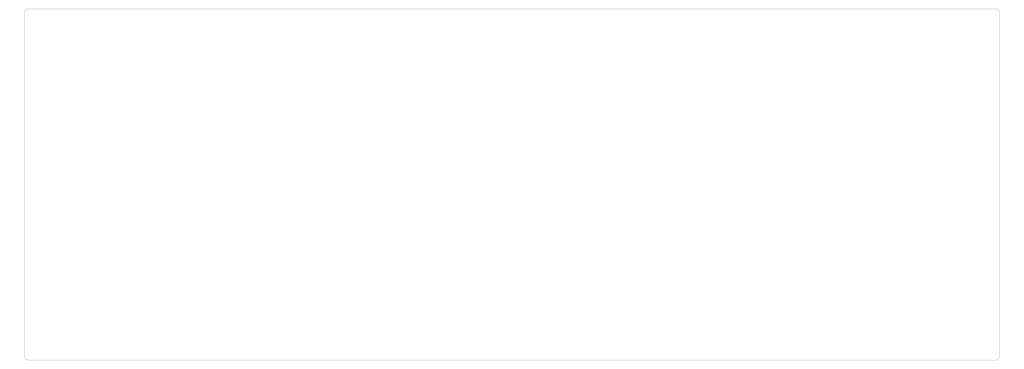
<source format=gbr>
G04 #@! TF.GenerationSoftware,KiCad,Pcbnew,(5.1.5)-3*
G04 #@! TF.CreationDate,2020-02-09T18:38:47-08:00*
G04 #@! TF.ProjectId,minato,6d696e61-746f-42e6-9b69-6361645f7063,rev?*
G04 #@! TF.SameCoordinates,Original*
G04 #@! TF.FileFunction,Profile,NP*
%FSLAX46Y46*%
G04 Gerber Fmt 4.6, Leading zero omitted, Abs format (unit mm)*
G04 Created by KiCad (PCBNEW (5.1.5)-3) date 2020-02-09 18:38:47*
%MOMM*%
%LPD*%
G04 APERTURE LIST*
%ADD10C,0.050000*%
G04 APERTURE END LIST*
D10*
X432593750Y-1587500D02*
G75*
G02X434181250Y-3175000I0J-1587500D01*
G01*
X434181250Y-144462500D02*
G75*
G02X432593750Y-146050000I-1587500J0D01*
G01*
X35718750Y-146050000D02*
G75*
G02X34131250Y-144462500I0J1587500D01*
G01*
X34131250Y-3175000D02*
G75*
G02X35718750Y-1587500I1587500J0D01*
G01*
X34131250Y-144462500D02*
X34131250Y-3175000D01*
X432593750Y-146050000D02*
X35718750Y-146050000D01*
X434181250Y-3175000D02*
X434181250Y-144462500D01*
X35718750Y-1587500D02*
X432593750Y-1587500D01*
M02*

</source>
